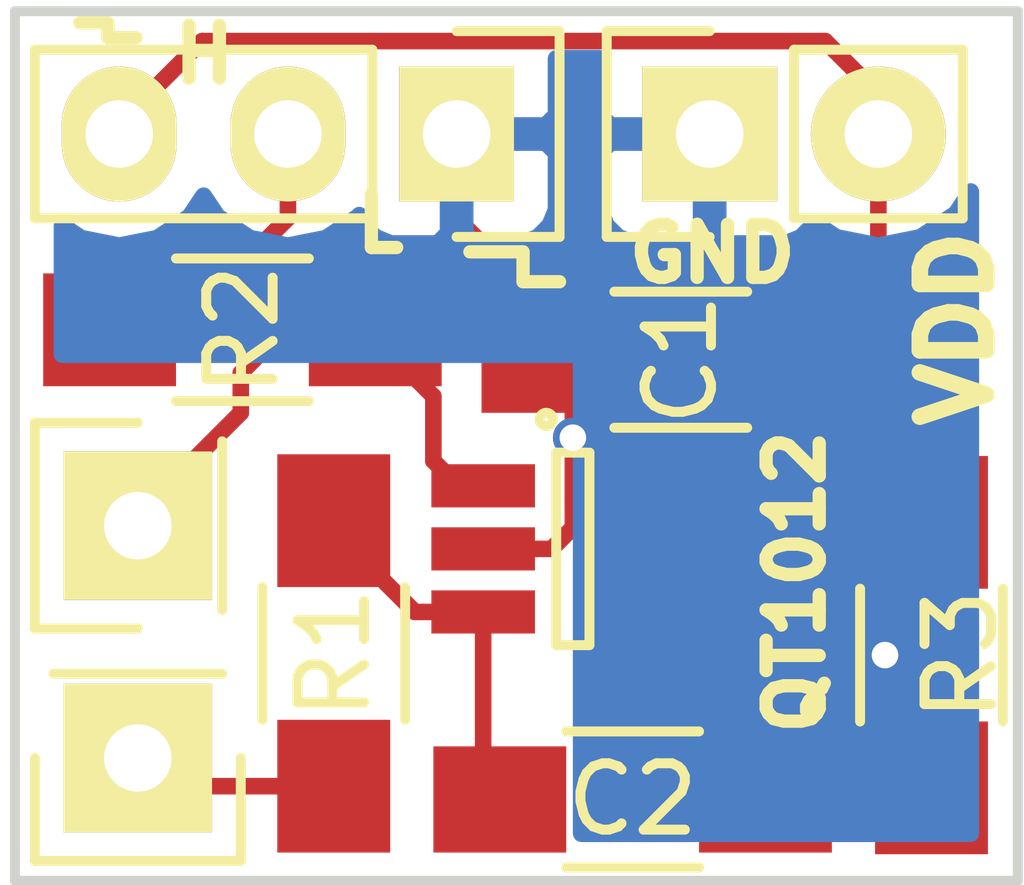
<source format=kicad_pcb>
(kicad_pcb (version 4) (host pcbnew 4.0.4+e1-6308~48~ubuntu16.04.1-stable)

  (general
    (links 16)
    (no_connects 0)
    (area 138.574999 99.174999 153.825001 112.425001)
    (thickness 1.6)
    (drawings 15)
    (tracks 56)
    (zones 0)
    (modules 10)
    (nets 8)
  )

  (page A4)
  (layers
    (0 F.Cu signal)
    (31 B.Cu signal hide)
    (32 B.Adhes user)
    (33 F.Adhes user)
    (34 B.Paste user)
    (35 F.Paste user)
    (36 B.SilkS user)
    (37 F.SilkS user)
    (38 B.Mask user)
    (39 F.Mask user)
    (40 Dwgs.User user)
    (41 Cmts.User user)
    (42 Eco1.User user)
    (43 Eco2.User user)
    (44 Edge.Cuts user)
    (45 Margin user)
    (46 B.CrtYd user)
    (47 F.CrtYd user)
    (48 B.Fab user)
    (49 F.Fab user hide)
  )

  (setup
    (last_trace_width 0.25)
    (trace_clearance 0.2)
    (zone_clearance 0.508)
    (zone_45_only no)
    (trace_min 0.2)
    (segment_width 0.2)
    (edge_width 0.15)
    (via_size 0.6)
    (via_drill 0.4)
    (via_min_size 0.4)
    (via_min_drill 0.3)
    (uvia_size 0.3)
    (uvia_drill 0.1)
    (uvias_allowed no)
    (uvia_min_size 0.2)
    (uvia_min_drill 0.1)
    (pcb_text_width 0.3)
    (pcb_text_size 1.5 1.5)
    (mod_edge_width 0.15)
    (mod_text_size 1 1)
    (mod_text_width 0.15)
    (pad_size 2 1.7)
    (pad_drill 0)
    (pad_to_mask_clearance 0.2)
    (aux_axis_origin 0 0)
    (visible_elements FFFFFF7F)
    (pcbplotparams
      (layerselection 0x010fc_80000001)
      (usegerberextensions true)
      (usegerberattributes true)
      (excludeedgelayer true)
      (linewidth 0.100000)
      (plotframeref false)
      (viasonmask false)
      (mode 1)
      (useauxorigin false)
      (hpglpennumber 1)
      (hpglpenspeed 20)
      (hpglpendiameter 15)
      (hpglpenoverlay 2)
      (psnegative false)
      (psa4output false)
      (plotreference true)
      (plotvalue true)
      (plotinvisibletext false)
      (padsonsilk false)
      (subtractmaskfromsilk true)
      (outputformat 1)
      (mirror false)
      (drillshape 0)
      (scaleselection 1)
      (outputdirectory atm1_gerb/))
  )

  (net 0 "")
  (net 1 VDD)
  (net 2 GND)
  (net 3 "Net-(C2-Pad1)")
  (net 4 "Net-(C2-Pad2)")
  (net 5 "Net-(P2-Pad1)")
  (net 6 "Net-(P3-Pad1)")
  (net 7 "Net-(P4-Pad2)")

  (net_class Default "This is the default net class."
    (clearance 0.2)
    (trace_width 0.25)
    (via_dia 0.6)
    (via_drill 0.4)
    (uvia_dia 0.3)
    (uvia_drill 0.1)
    (add_net GND)
    (add_net "Net-(C2-Pad1)")
    (add_net "Net-(C2-Pad2)")
    (add_net "Net-(P2-Pad1)")
    (add_net "Net-(P3-Pad1)")
    (add_net "Net-(P4-Pad2)")
    (add_net VDD)
  )

  (module Capacitors_SMD:C_1206_HandSoldering placed (layer F.Cu) (tedit 541A9C03) (tstamp 57FEA3FC)
    (at 148.675 104.5 180)
    (descr "Capacitor SMD 1206, hand soldering")
    (tags "capacitor 1206")
    (path /57FEAA25)
    (attr smd)
    (fp_text reference C1 (at 0 0 270) (layer F.SilkS)
      (effects (font (size 1 1) (thickness 0.15)))
    )
    (fp_text value 0.1uF (at 0 0 180) (layer F.Fab)
      (effects (font (size 1 1) (thickness 0.15)))
    )
    (fp_line (start -1.6 0.8) (end -1.6 -0.8) (layer F.Fab) (width 0.15))
    (fp_line (start 1.6 0.8) (end -1.6 0.8) (layer F.Fab) (width 0.15))
    (fp_line (start 1.6 -0.8) (end 1.6 0.8) (layer F.Fab) (width 0.15))
    (fp_line (start -1.6 -0.8) (end 1.6 -0.8) (layer F.Fab) (width 0.15))
    (fp_line (start -3.3 -1.15) (end 3.3 -1.15) (layer F.CrtYd) (width 0.05))
    (fp_line (start -3.3 1.15) (end 3.3 1.15) (layer F.CrtYd) (width 0.05))
    (fp_line (start -3.3 -1.15) (end -3.3 1.15) (layer F.CrtYd) (width 0.05))
    (fp_line (start 3.3 -1.15) (end 3.3 1.15) (layer F.CrtYd) (width 0.05))
    (fp_line (start 1 -1.025) (end -1 -1.025) (layer F.SilkS) (width 0.15))
    (fp_line (start -1 1.025) (end 1 1.025) (layer F.SilkS) (width 0.15))
    (pad 1 smd rect (at -2 0 180) (size 2 1.6) (layers F.Cu F.Paste F.Mask)
      (net 1 VDD))
    (pad 2 smd rect (at 2 0 180) (size 2 1.6) (layers F.Cu F.Paste F.Mask)
      (net 2 GND))
    (model Capacitors_SMD.3dshapes/C_1206_HandSoldering.wrl
      (at (xyz 0 0 0))
      (scale (xyz 1 1 1))
      (rotate (xyz 0 0 0))
    )
  )

  (module Capacitors_SMD:C_1206_HandSoldering placed (layer F.Cu) (tedit 541A9C03) (tstamp 57FEA402)
    (at 147.95 111.125)
    (descr "Capacitor SMD 1206, hand soldering")
    (tags "capacitor 1206")
    (path /57FEABC0)
    (attr smd)
    (fp_text reference C2 (at 0 0) (layer F.SilkS)
      (effects (font (size 1 1) (thickness 0.15)))
    )
    (fp_text value 2-50pF (at 0 2.3) (layer F.Fab)
      (effects (font (size 1 1) (thickness 0.15)))
    )
    (fp_line (start -1.6 0.8) (end -1.6 -0.8) (layer F.Fab) (width 0.15))
    (fp_line (start 1.6 0.8) (end -1.6 0.8) (layer F.Fab) (width 0.15))
    (fp_line (start 1.6 -0.8) (end 1.6 0.8) (layer F.Fab) (width 0.15))
    (fp_line (start -1.6 -0.8) (end 1.6 -0.8) (layer F.Fab) (width 0.15))
    (fp_line (start -3.3 -1.15) (end 3.3 -1.15) (layer F.CrtYd) (width 0.05))
    (fp_line (start -3.3 1.15) (end 3.3 1.15) (layer F.CrtYd) (width 0.05))
    (fp_line (start -3.3 -1.15) (end -3.3 1.15) (layer F.CrtYd) (width 0.05))
    (fp_line (start 3.3 -1.15) (end 3.3 1.15) (layer F.CrtYd) (width 0.05))
    (fp_line (start 1 -1.025) (end -1 -1.025) (layer F.SilkS) (width 0.15))
    (fp_line (start -1 1.025) (end 1 1.025) (layer F.SilkS) (width 0.15))
    (pad 1 smd rect (at -2 0) (size 2 1.6) (layers F.Cu F.Paste F.Mask)
      (net 3 "Net-(C2-Pad1)"))
    (pad 2 smd rect (at 2 0) (size 2 1.6) (layers F.Cu F.Paste F.Mask)
      (net 4 "Net-(C2-Pad2)"))
    (model Capacitors_SMD.3dshapes/C_1206_HandSoldering.wrl
      (at (xyz 0 0 0))
      (scale (xyz 1 1 1))
      (rotate (xyz 0 0 0))
    )
  )

  (module Pin_Headers:Pin_Header_Straight_1x02 placed (layer F.Cu) (tedit 57FEA791) (tstamp 57FEA408)
    (at 149.11 101.1 90)
    (descr "Through hole pin header")
    (tags "pin header")
    (path /57FEB0C1)
    (fp_text reference P1 (at 0 -5.1 90) (layer F.SilkS) hide
      (effects (font (size 1 1) (thickness 0.15)))
    )
    (fp_text value CONN_01X02 (at 0 -3.1 90) (layer F.Fab) hide
      (effects (font (size 1 1) (thickness 0.15)))
    )
    (fp_line (start 1.27 1.27) (end 1.27 3.81) (layer F.SilkS) (width 0.15))
    (fp_line (start 1.55 -1.55) (end 1.55 0) (layer F.SilkS) (width 0.15))
    (fp_line (start -1.75 -1.75) (end -1.75 4.3) (layer F.CrtYd) (width 0.05))
    (fp_line (start 1.75 -1.75) (end 1.75 4.3) (layer F.CrtYd) (width 0.05))
    (fp_line (start -1.75 -1.75) (end 1.75 -1.75) (layer F.CrtYd) (width 0.05))
    (fp_line (start -1.75 4.3) (end 1.75 4.3) (layer F.CrtYd) (width 0.05))
    (fp_line (start 1.27 1.27) (end -1.27 1.27) (layer F.SilkS) (width 0.15))
    (fp_line (start -1.55 0) (end -1.55 -1.55) (layer F.SilkS) (width 0.15))
    (fp_line (start -1.55 -1.55) (end 1.55 -1.55) (layer F.SilkS) (width 0.15))
    (fp_line (start -1.27 1.27) (end -1.27 3.81) (layer F.SilkS) (width 0.15))
    (fp_line (start -1.27 3.81) (end 1.27 3.81) (layer F.SilkS) (width 0.15))
    (pad 1 thru_hole rect (at 0 0 90) (size 2.032 2.032) (drill 1.016) (layers *.Cu *.Mask F.SilkS)
      (net 2 GND))
    (pad 2 thru_hole oval (at 0 2.54 90) (size 2.032 2.032) (drill 1.016) (layers *.Cu *.Mask F.SilkS)
      (net 1 VDD))
    (model Pin_Headers.3dshapes/Pin_Header_Straight_1x02.wrl
      (at (xyz 0 -0.05 0))
      (scale (xyz 1 1 1))
      (rotate (xyz 0 0 90))
    )
  )

  (module Pin_Headers:Pin_Header_Straight_1x01 placed (layer F.Cu) (tedit 57FEA737) (tstamp 57FEA40D)
    (at 140.5 110.5 180)
    (descr "Through hole pin header")
    (tags "pin header")
    (path /57FEAE1F)
    (fp_text reference P2 (at 0 -5.1 180) (layer F.SilkS) hide
      (effects (font (size 1 1) (thickness 0.15)))
    )
    (fp_text value CONN_01X01 (at 0 -3.1 180) (layer F.Fab) hide
      (effects (font (size 1 1) (thickness 0.15)))
    )
    (fp_line (start 1.55 -1.55) (end 1.55 0) (layer F.SilkS) (width 0.15))
    (fp_line (start -1.75 -1.75) (end -1.75 1.75) (layer F.CrtYd) (width 0.05))
    (fp_line (start 1.75 -1.75) (end 1.75 1.75) (layer F.CrtYd) (width 0.05))
    (fp_line (start -1.75 -1.75) (end 1.75 -1.75) (layer F.CrtYd) (width 0.05))
    (fp_line (start -1.75 1.75) (end 1.75 1.75) (layer F.CrtYd) (width 0.05))
    (fp_line (start -1.55 0) (end -1.55 -1.55) (layer F.SilkS) (width 0.15))
    (fp_line (start -1.55 -1.55) (end 1.55 -1.55) (layer F.SilkS) (width 0.15))
    (fp_line (start -1.27 1.27) (end 1.27 1.27) (layer F.SilkS) (width 0.15))
    (pad 1 thru_hole rect (at 0 0 180) (size 2.2352 2.2352) (drill 1.016) (layers *.Cu *.Mask F.SilkS)
      (net 5 "Net-(P2-Pad1)"))
    (model Pin_Headers.3dshapes/Pin_Header_Straight_1x01.wrl
      (at (xyz 0 0 0))
      (scale (xyz 1 1 1))
      (rotate (xyz 0 0 90))
    )
  )

  (module Pin_Headers:Pin_Header_Straight_1x01 placed (layer F.Cu) (tedit 57FEA735) (tstamp 57FEA412)
    (at 140.5 107 90)
    (descr "Through hole pin header")
    (tags "pin header")
    (path /57FEA914)
    (fp_text reference P3 (at 0 -5.1 90) (layer F.SilkS) hide
      (effects (font (size 1 1) (thickness 0.15)))
    )
    (fp_text value CONN_01X01 (at 0 -3.1 90) (layer F.Fab) hide
      (effects (font (size 1 1) (thickness 0.15)))
    )
    (fp_line (start 1.55 -1.55) (end 1.55 0) (layer F.SilkS) (width 0.15))
    (fp_line (start -1.75 -1.75) (end -1.75 1.75) (layer F.CrtYd) (width 0.05))
    (fp_line (start 1.75 -1.75) (end 1.75 1.75) (layer F.CrtYd) (width 0.05))
    (fp_line (start -1.75 -1.75) (end 1.75 -1.75) (layer F.CrtYd) (width 0.05))
    (fp_line (start -1.75 1.75) (end 1.75 1.75) (layer F.CrtYd) (width 0.05))
    (fp_line (start -1.55 0) (end -1.55 -1.55) (layer F.SilkS) (width 0.15))
    (fp_line (start -1.55 -1.55) (end 1.55 -1.55) (layer F.SilkS) (width 0.15))
    (fp_line (start -1.27 1.27) (end 1.27 1.27) (layer F.SilkS) (width 0.15))
    (pad 1 thru_hole rect (at 0 0 90) (size 2.2352 2.2352) (drill 1.016) (layers *.Cu *.Mask F.SilkS)
      (net 6 "Net-(P3-Pad1)"))
    (model Pin_Headers.3dshapes/Pin_Header_Straight_1x01.wrl
      (at (xyz 0 0 0))
      (scale (xyz 1 1 1))
      (rotate (xyz 0 0 90))
    )
  )

  (module Pin_Headers:Pin_Header_Straight_1x03 placed (layer F.Cu) (tedit 57FEA739) (tstamp 57FEA419)
    (at 145.3 101.1 270)
    (descr "Through hole pin header")
    (tags "pin header")
    (path /57FEA86F)
    (fp_text reference P4 (at 0 -5.1 270) (layer F.SilkS) hide
      (effects (font (size 1 1) (thickness 0.15)))
    )
    (fp_text value CONN_01X03 (at 0 -3.1 270) (layer F.Fab) hide
      (effects (font (size 1 1) (thickness 0.15)))
    )
    (fp_line (start -1.75 -1.75) (end -1.75 6.85) (layer F.CrtYd) (width 0.05))
    (fp_line (start 1.75 -1.75) (end 1.75 6.85) (layer F.CrtYd) (width 0.05))
    (fp_line (start -1.75 -1.75) (end 1.75 -1.75) (layer F.CrtYd) (width 0.05))
    (fp_line (start -1.75 6.85) (end 1.75 6.85) (layer F.CrtYd) (width 0.05))
    (fp_line (start -1.27 1.27) (end -1.27 6.35) (layer F.SilkS) (width 0.15))
    (fp_line (start -1.27 6.35) (end 1.27 6.35) (layer F.SilkS) (width 0.15))
    (fp_line (start 1.27 6.35) (end 1.27 1.27) (layer F.SilkS) (width 0.15))
    (fp_line (start 1.55 -1.55) (end 1.55 0) (layer F.SilkS) (width 0.15))
    (fp_line (start 1.27 1.27) (end -1.27 1.27) (layer F.SilkS) (width 0.15))
    (fp_line (start -1.55 0) (end -1.55 -1.55) (layer F.SilkS) (width 0.15))
    (fp_line (start -1.55 -1.55) (end 1.55 -1.55) (layer F.SilkS) (width 0.15))
    (pad 1 thru_hole rect (at 0 0 270) (size 2.032 1.7272) (drill 1.016) (layers *.Cu *.Mask F.SilkS)
      (net 2 GND))
    (pad 2 thru_hole oval (at 0 2.54 270) (size 2.032 1.7272) (drill 1.016) (layers *.Cu *.Mask F.SilkS)
      (net 7 "Net-(P4-Pad2)"))
    (pad 3 thru_hole oval (at 0 5.08 270) (size 2.032 1.7272) (drill 1.016) (layers *.Cu *.Mask F.SilkS)
      (net 1 VDD))
    (model Pin_Headers.3dshapes/Pin_Header_Straight_1x03.wrl
      (at (xyz 0 -0.1 0))
      (scale (xyz 1 1 1))
      (rotate (xyz 0 0 90))
    )
  )

  (module Resistors_SMD:R_1206_HandSoldering placed (layer F.Cu) (tedit 5418A20D) (tstamp 57FEA41F)
    (at 143.45 108.925 270)
    (descr "Resistor SMD 1206, hand soldering")
    (tags "resistor 1206")
    (path /57FEABEB)
    (attr smd)
    (fp_text reference R1 (at 0 0 270) (layer F.SilkS)
      (effects (font (size 1 1) (thickness 0.15)))
    )
    (fp_text value 4.7-33k (at 0 2.3 270) (layer F.Fab)
      (effects (font (size 1 1) (thickness 0.15)))
    )
    (fp_line (start -3.3 -1.2) (end 3.3 -1.2) (layer F.CrtYd) (width 0.05))
    (fp_line (start -3.3 1.2) (end 3.3 1.2) (layer F.CrtYd) (width 0.05))
    (fp_line (start -3.3 -1.2) (end -3.3 1.2) (layer F.CrtYd) (width 0.05))
    (fp_line (start 3.3 -1.2) (end 3.3 1.2) (layer F.CrtYd) (width 0.05))
    (fp_line (start 1 1.075) (end -1 1.075) (layer F.SilkS) (width 0.15))
    (fp_line (start -1 -1.075) (end 1 -1.075) (layer F.SilkS) (width 0.15))
    (pad 1 smd rect (at -2 0 270) (size 2 1.7) (layers F.Cu F.Paste F.Mask)
      (net 3 "Net-(C2-Pad1)"))
    (pad 2 smd rect (at 2 0 270) (size 2 1.7) (layers F.Cu F.Paste F.Mask)
      (net 5 "Net-(P2-Pad1)"))
    (model Resistors_SMD.3dshapes/R_1206_HandSoldering.wrl
      (at (xyz 0 0 0))
      (scale (xyz 1 1 1))
      (rotate (xyz 0 0 0))
    )
  )

  (module Resistors_SMD:R_1206_HandSoldering placed (layer F.Cu) (tedit 5418A20D) (tstamp 57FEA425)
    (at 142.075 104.05 180)
    (descr "Resistor SMD 1206, hand soldering")
    (tags "resistor 1206")
    (path /57FE9EC3)
    (attr smd)
    (fp_text reference R2 (at 0 0 270) (layer F.SilkS)
      (effects (font (size 1 1) (thickness 0.15)))
    )
    (fp_text value 100k (at 0 0 360) (layer F.Fab)
      (effects (font (size 1 1) (thickness 0.15)))
    )
    (fp_line (start -3.3 -1.2) (end 3.3 -1.2) (layer F.CrtYd) (width 0.05))
    (fp_line (start -3.3 1.2) (end 3.3 1.2) (layer F.CrtYd) (width 0.05))
    (fp_line (start -3.3 -1.2) (end -3.3 1.2) (layer F.CrtYd) (width 0.05))
    (fp_line (start 3.3 -1.2) (end 3.3 1.2) (layer F.CrtYd) (width 0.05))
    (fp_line (start 1 1.075) (end -1 1.075) (layer F.SilkS) (width 0.15))
    (fp_line (start -1 -1.075) (end 1 -1.075) (layer F.SilkS) (width 0.15))
    (pad 1 smd rect (at -2 0 180) (size 2 1.7) (layers F.Cu F.Paste F.Mask)
      (net 6 "Net-(P3-Pad1)"))
    (pad 2 smd rect (at 2 0 180) (size 2 1.7) (layers F.Cu F.Paste F.Mask)
      (net 7 "Net-(P4-Pad2)"))
    (model Resistors_SMD.3dshapes/R_1206_HandSoldering.wrl
      (at (xyz 0 0 0))
      (scale (xyz 1 1 1))
      (rotate (xyz 0 0 0))
    )
  )

  (module Resistors_SMD:R_1206_HandSoldering placed (layer F.Cu) (tedit 5418A20D) (tstamp 57FEA42B)
    (at 152.45 108.95 270)
    (descr "Resistor SMD 1206, hand soldering")
    (tags "resistor 1206")
    (path /57FEAD6E)
    (attr smd)
    (fp_text reference R3 (at 0 -0.44 270) (layer F.SilkS)
      (effects (font (size 1 1) (thickness 0.15)))
    )
    (fp_text value 1M (at 0 2.3 270) (layer F.Fab)
      (effects (font (size 1 1) (thickness 0.15)))
    )
    (fp_line (start -3.3 -1.2) (end 3.3 -1.2) (layer F.CrtYd) (width 0.05))
    (fp_line (start -3.3 1.2) (end 3.3 1.2) (layer F.CrtYd) (width 0.05))
    (fp_line (start -3.3 -1.2) (end -3.3 1.2) (layer F.CrtYd) (width 0.05))
    (fp_line (start 3.3 -1.2) (end 3.3 1.2) (layer F.CrtYd) (width 0.05))
    (fp_line (start 1 1.075) (end -1 1.075) (layer F.SilkS) (width 0.15))
    (fp_line (start -1 -1.075) (end 1 -1.075) (layer F.SilkS) (width 0.15))
    (pad 1 smd rect (at -2 0 270) (size 2 1.7) (layers F.Cu F.Paste F.Mask)
      (net 4 "Net-(C2-Pad2)"))
    (pad 2 smd rect (at 2 0 270) (size 2 1.7) (layers F.Cu F.Paste F.Mask)
      (net 2 GND))
    (model Resistors_SMD.3dshapes/R_1206_HandSoldering.wrl
      (at (xyz 0 0 0))
      (scale (xyz 1 1 1))
      (rotate (xyz 0 0 0))
    )
  )

  (module TO_SOT_Packages_SMD:SOT-23-6_Handsoldering placed (layer F.Cu) (tedit 57FEA8BB) (tstamp 57FEA435)
    (at 147.05 107.35)
    (descr "6-pin SOT-23 package, Handsoldering")
    (tags "SOT-23-6 Handsoldering")
    (path /57FEA6E2)
    (attr smd)
    (fp_text reference U1 (at -3 0 90) (layer F.SilkS) hide
      (effects (font (size 1 1) (thickness 0.15)))
    )
    (fp_text value AT42QT1012-TSHR (at 1 0) (layer F.Fab)
      (effects (font (size 1 1) (thickness 0.15)))
    )
    (fp_line (start -2.4 1.7) (end -2.4 -1.7) (layer F.CrtYd) (width 0.05))
    (fp_line (start 2.4 1.7) (end -2.4 1.7) (layer F.CrtYd) (width 0.05))
    (fp_line (start 2.4 -1.7) (end 2.4 1.7) (layer F.CrtYd) (width 0.05))
    (fp_line (start -2.4 -1.7) (end 2.4 -1.7) (layer F.CrtYd) (width 0.05))
    (fp_circle (center -0.4 -1.95) (end -0.3 -1.95) (layer F.SilkS) (width 0.15))
    (fp_line (start 0.25 -1.45) (end -0.25 -1.45) (layer F.SilkS) (width 0.15))
    (fp_line (start 0.25 1.45) (end 0.25 -1.45) (layer F.SilkS) (width 0.15))
    (fp_line (start -0.25 1.45) (end 0.25 1.45) (layer F.SilkS) (width 0.15))
    (fp_line (start -0.25 -1.45) (end -0.25 1.45) (layer F.SilkS) (width 0.15))
    (pad 1 smd rect (at -1.35 -0.95) (size 1.56 0.65) (layers F.Cu F.Paste F.Mask)
      (net 6 "Net-(P3-Pad1)"))
    (pad 2 smd rect (at -1.35 0) (size 1.56 0.65) (layers F.Cu F.Paste F.Mask)
      (net 2 GND))
    (pad 3 smd rect (at -1.35 0.95) (size 1.56 0.65) (layers F.Cu F.Paste F.Mask)
      (net 3 "Net-(C2-Pad1)"))
    (pad 4 smd rect (at 1.35 0.95) (size 1.56 0.65) (layers F.Cu F.Paste F.Mask)
      (net 4 "Net-(C2-Pad2)"))
    (pad 6 smd rect (at 1.35 -0.95) (size 1.56 0.65) (layers F.Cu F.Paste F.Mask)
      (net 2 GND))
    (pad 5 smd rect (at 1.35 0) (size 1.56 0.65) (layers F.Cu F.Paste F.Mask)
      (net 1 VDD))
    (model TO_SOT_Packages_SMD.3dshapes/SOT-23-6.wrl
      (at (xyz 0 0 0))
      (scale (xyz 1 1 1))
      (rotate (xyz 0 0 0))
    )
  )

  (gr_line (start 140.05 99.425) (end 139.625 99.425) (layer F.SilkS) (width 0.2))
  (gr_line (start 140.05 99.65) (end 140.05 99.425) (layer F.SilkS) (width 0.2))
  (gr_line (start 140.475 99.65) (end 140.05 99.65) (layer F.SilkS) (width 0.2))
  (gr_line (start 146.3 103.325) (end 146.85 103.325) (layer F.SilkS) (width 0.2))
  (gr_line (start 146.3 102.875) (end 146.3 103.325) (layer F.SilkS) (width 0.2))
  (gr_line (start 145.5 102.875) (end 146.3 102.875) (layer F.SilkS) (width 0.2))
  (gr_text QT1012 (at 150.4 107.85 90) (layer F.SilkS)
    (effects (font (size 0.8 0.8) (thickness 0.2)))
  )
  (gr_text L (at 144.15 102.45) (layer F.SilkS) (tstamp 57FEAAC4)
    (effects (font (size 0.8 0.8) (thickness 0.2)))
  )
  (gr_text H (at 141.5 99.9) (layer F.SilkS) (tstamp 57FEAABC)
    (effects (font (size 0.8 0.8) (thickness 0.2)))
  )
  (gr_text GND (at 149.15 102.9) (layer F.SilkS)
    (effects (font (size 0.8 0.8) (thickness 0.2)))
  )
  (gr_line (start 138.65 112.35) (end 153.75 112.35) (layer Edge.Cuts) (width 0.15))
  (gr_line (start 138.65 99.25) (end 138.65 112.35) (layer Edge.Cuts) (width 0.15))
  (gr_line (start 153.75 99.25) (end 138.65 99.25) (layer Edge.Cuts) (width 0.15))
  (gr_line (start 153.75 112.35) (end 153.75 99.25) (layer Edge.Cuts) (width 0.15))
  (gr_text VDD (at 152.825 104.025 90) (layer F.SilkS)
    (effects (font (size 1 1) (thickness 0.25)))
  )

  (segment (start 148.4 107.35) (end 149.43 107.35) (width 0.25) (layer F.Cu) (net 1))
  (segment (start 149.43 107.35) (end 150.675 106.105) (width 0.25) (layer F.Cu) (net 1))
  (segment (start 150.675 106.105) (end 150.675 105.55) (width 0.25) (layer F.Cu) (net 1))
  (segment (start 150.675 105.55) (end 150.675 104.5) (width 0.25) (layer F.Cu) (net 1))
  (segment (start 151.65 101.1) (end 151.65 103.525) (width 0.25) (layer F.Cu) (net 1))
  (segment (start 151.65 103.525) (end 150.675 104.5) (width 0.25) (layer F.Cu) (net 1))
  (segment (start 140.22 101.1) (end 140.22 100.9476) (width 0.25) (layer F.Cu) (net 1))
  (segment (start 140.22 100.9476) (end 141.4676 99.7) (width 0.25) (layer F.Cu) (net 1))
  (segment (start 141.4676 99.7) (end 150.85 99.7) (width 0.25) (layer F.Cu) (net 1))
  (segment (start 150.85 99.7) (end 151.65 100.5) (width 0.25) (layer F.Cu) (net 1))
  (segment (start 151.65 100.5) (end 151.65 101.1) (width 0.25) (layer F.Cu) (net 1))
  (segment (start 145.3 101.1) (end 145.3 102.366) (width 0.25) (layer F.Cu) (net 2))
  (segment (start 145.3 102.366) (end 146.675 103.741) (width 0.25) (layer F.Cu) (net 2))
  (segment (start 146.675 103.741) (end 146.675 104.5) (width 0.25) (layer F.Cu) (net 2))
  (segment (start 147.05 105.675) (end 147.05 104.875) (width 0.25) (layer F.Cu) (net 2))
  (segment (start 147.05 104.875) (end 146.675 104.5) (width 0.25) (layer F.Cu) (net 2))
  (via (at 147.05 105.675) (size 0.6) (drill 0.4) (layers F.Cu B.Cu) (net 2))
  (segment (start 147.05 106.625) (end 147.05 105.675) (width 0.25) (layer F.Cu) (net 2))
  (segment (start 145.7 107.35) (end 146.73 107.35) (width 0.25) (layer F.Cu) (net 2))
  (segment (start 146.73 107.35) (end 147.05 107.03) (width 0.25) (layer F.Cu) (net 2))
  (segment (start 147.05 107.03) (end 147.05 106.625) (width 0.25) (layer F.Cu) (net 2))
  (segment (start 147.275 106.4) (end 148.4 106.4) (width 0.25) (layer F.Cu) (net 2))
  (segment (start 147.05 106.625) (end 147.275 106.4) (width 0.25) (layer F.Cu) (net 2))
  (segment (start 152.45 110.95) (end 152.45 109.65) (width 0.25) (layer F.Cu) (net 2))
  (segment (start 152.45 109.65) (end 151.75 108.95) (width 0.25) (layer F.Cu) (net 2))
  (via (at 151.75 108.95) (size 0.6) (drill 0.4) (layers F.Cu B.Cu) (net 2))
  (segment (start 145.7 108.3) (end 145.7 110.875) (width 0.25) (layer F.Cu) (net 3))
  (segment (start 145.7 110.875) (end 145.95 111.125) (width 0.25) (layer F.Cu) (net 3))
  (segment (start 145.7 108.3) (end 144.67 108.3) (width 0.25) (layer F.Cu) (net 3))
  (segment (start 144.67 108.3) (end 143.45 107.08) (width 0.25) (layer F.Cu) (net 3))
  (segment (start 143.45 107.08) (end 143.45 106.925) (width 0.25) (layer F.Cu) (net 3))
  (segment (start 150 108.3) (end 149.95 108.35) (width 0.25) (layer F.Cu) (net 4))
  (segment (start 149.95 108.35) (end 149.95 111.125) (width 0.25) (layer F.Cu) (net 4))
  (segment (start 152.45 106.95) (end 151.35 106.95) (width 0.25) (layer F.Cu) (net 4))
  (segment (start 151.35 106.95) (end 150 108.3) (width 0.25) (layer F.Cu) (net 4))
  (segment (start 149.43 108.3) (end 148.4 108.3) (width 0.25) (layer F.Cu) (net 4))
  (segment (start 150 108.3) (end 149.43 108.3) (width 0.25) (layer F.Cu) (net 4))
  (segment (start 143.45 110.925) (end 140.925 110.925) (width 0.25) (layer F.Cu) (net 5))
  (segment (start 140.925 110.925) (end 140.5 110.5) (width 0.25) (layer F.Cu) (net 5))
  (segment (start 142.05 104.7) (end 142.7 104.05) (width 0.25) (layer F.Cu) (net 6))
  (segment (start 142.7 104.05) (end 144.075 104.05) (width 0.25) (layer F.Cu) (net 6))
  (segment (start 142.05 105.3) (end 142.05 104.7) (width 0.25) (layer F.Cu) (net 6))
  (segment (start 140.5 106.85) (end 142.05 105.3) (width 0.25) (layer F.Cu) (net 6))
  (segment (start 140.5 107) (end 140.5 106.85) (width 0.25) (layer F.Cu) (net 6))
  (segment (start 145.7 106.4) (end 145.325 106.4) (width 0.25) (layer F.Cu) (net 6))
  (segment (start 145.325 106.4) (end 144.95 106.025) (width 0.25) (layer F.Cu) (net 6))
  (segment (start 144.95 106.025) (end 144.95 105.05) (width 0.25) (layer F.Cu) (net 6))
  (segment (start 144.95 105.05) (end 144.075 104.175) (width 0.25) (layer F.Cu) (net 6))
  (segment (start 144.075 104.175) (end 144.075 104.05) (width 0.25) (layer F.Cu) (net 6))
  (segment (start 142.76 101.1) (end 142.76 102.366) (width 0.25) (layer F.Cu) (net 7))
  (segment (start 142.76 102.366) (end 142.426 102.7) (width 0.25) (layer F.Cu) (net 7))
  (segment (start 142.426 102.7) (end 142.15 102.7) (width 0.25) (layer F.Cu) (net 7))
  (segment (start 142 103.375) (end 141.325 104.05) (width 0.25) (layer F.Cu) (net 7))
  (segment (start 142.15 102.7) (end 142 102.85) (width 0.25) (layer F.Cu) (net 7))
  (segment (start 142 102.85) (end 142 103.375) (width 0.25) (layer F.Cu) (net 7))
  (segment (start 141.325 104.05) (end 140.075 104.05) (width 0.25) (layer F.Cu) (net 7))

  (zone (net 2) (net_name GND) (layer B.Cu) (tstamp 0) (hatch edge 0.508)
    (connect_pads (clearance 0.508))
    (min_thickness 0.254)
    (fill yes (arc_segments 16) (thermal_gap 0.508) (thermal_bridge_width 0.508))
    (polygon
      (pts
        (xy 138.65 99.25) (xy 153.75 99.25) (xy 153.75 112.35) (xy 147.05 112.35) (xy 147.05 104.55)
        (xy 138.65 104.55)
      )
    )
    (filled_polygon
      (pts
        (xy 147.459 100.81425) (xy 147.61775 100.973) (xy 148.983 100.973) (xy 148.983 100.953) (xy 149.237 100.953)
        (xy 149.237 100.973) (xy 149.257 100.973) (xy 149.257 101.227) (xy 149.237 101.227) (xy 149.237 102.59225)
        (xy 149.39575 102.751) (xy 150.25231 102.751) (xy 150.485699 102.654327) (xy 150.664327 102.475698) (xy 150.681999 102.433034)
        (xy 151.01819 102.65767) (xy 151.65 102.783345) (xy 152.28181 102.65767) (xy 152.817433 102.299778) (xy 153.04 101.966683)
        (xy 153.04 111.64) (xy 147.177 111.64) (xy 147.177 104.55) (xy 147.166994 104.50059) (xy 147.138553 104.458965)
        (xy 147.096159 104.431685) (xy 147.05 104.423) (xy 139.36 104.423) (xy 139.36 102.47783) (xy 139.646511 102.669271)
        (xy 140.22 102.783345) (xy 140.793489 102.669271) (xy 141.27967 102.344415) (xy 141.49 102.029634) (xy 141.70033 102.344415)
        (xy 142.186511 102.669271) (xy 142.76 102.783345) (xy 143.333489 102.669271) (xy 143.81967 102.344415) (xy 143.8345 102.32222)
        (xy 143.898073 102.475698) (xy 144.076701 102.654327) (xy 144.31009 102.751) (xy 145.01425 102.751) (xy 145.173 102.59225)
        (xy 145.173 101.227) (xy 145.427 101.227) (xy 145.427 102.59225) (xy 145.58575 102.751) (xy 146.28991 102.751)
        (xy 146.523299 102.654327) (xy 146.701927 102.475698) (xy 146.7986 102.242309) (xy 146.7986 101.38575) (xy 147.459 101.38575)
        (xy 147.459 102.242309) (xy 147.555673 102.475698) (xy 147.734301 102.654327) (xy 147.96769 102.751) (xy 148.82425 102.751)
        (xy 148.983 102.59225) (xy 148.983 101.227) (xy 147.61775 101.227) (xy 147.459 101.38575) (xy 146.7986 101.38575)
        (xy 146.63985 101.227) (xy 145.427 101.227) (xy 145.173 101.227) (xy 145.153 101.227) (xy 145.153 100.973)
        (xy 145.173 100.973) (xy 145.173 100.953) (xy 145.427 100.953) (xy 145.427 100.973) (xy 146.63985 100.973)
        (xy 146.7986 100.81425) (xy 146.7986 99.96) (xy 147.459 99.96)
      )
    )
  )
)

</source>
